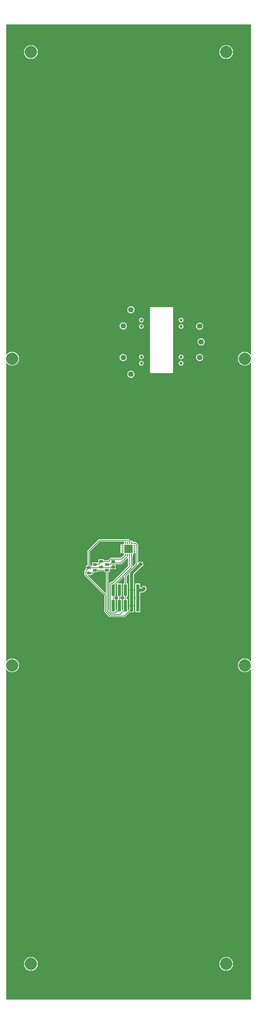
<source format=gbl>
%FSLAX44Y44*%
%MOMM*%
G71*
G01*
G75*
G04 Layer_Physical_Order=2*
G04 Layer_Color=16711680*
%ADD10R,2.5000X6.0000*%
%ADD11R,6.9850X4.0000*%
%ADD12R,6.0000X2.5000*%
%ADD13R,4.0000X6.9850*%
%ADD14C,0.2540*%
%ADD15C,1.0000*%
%ADD16C,4.0000*%
%ADD17C,1.8000*%
%ADD18C,1.0000*%
%ADD19C,1.2700*%
%ADD20R,1.0200X3.8000*%
%ADD21R,1.2192X0.8128*%
%ADD22R,0.3556X0.7620*%
%ADD23R,0.7620X0.3556*%
%ADD24R,2.7940X2.7940*%
G36*
X810000Y2113045D02*
X808804Y2112617D01*
X806015Y2116015D01*
X802583Y2118832D01*
X798667Y2120925D01*
X794419Y2122214D01*
X791270Y2122524D01*
Y2100000D01*
Y2077476D01*
X794419Y2077786D01*
X798667Y2079075D01*
X802583Y2081168D01*
X806015Y2083985D01*
X808804Y2087383D01*
X810000Y2086955D01*
Y1113045D01*
X808804Y1112617D01*
X806015Y1116015D01*
X802583Y1118832D01*
X798667Y1120925D01*
X794419Y1122214D01*
X791270Y1122524D01*
Y1100000D01*
Y1077476D01*
X794419Y1077786D01*
X798667Y1079075D01*
X802583Y1081168D01*
X806015Y1083985D01*
X808804Y1087383D01*
X810000Y1086955D01*
Y10000D01*
X10000D01*
Y1086955D01*
X11196Y1087383D01*
X13985Y1083985D01*
X17417Y1081168D01*
X21332Y1079075D01*
X25581Y1077786D01*
X28730Y1077476D01*
Y1100000D01*
Y1122524D01*
X25581Y1122214D01*
X21332Y1120925D01*
X17417Y1118832D01*
X13985Y1116015D01*
X11196Y1112617D01*
X10000Y1113045D01*
Y2086955D01*
X11196Y2087383D01*
X13985Y2083985D01*
X17417Y2081168D01*
X21332Y2079075D01*
X25581Y2077786D01*
X28730Y2077476D01*
Y2100000D01*
Y2122524D01*
X25581Y2122214D01*
X21332Y2120925D01*
X17417Y2118832D01*
X13985Y2116015D01*
X11196Y2112617D01*
X10000Y2113045D01*
Y3190000D01*
X810000D01*
Y2113045D01*
D02*
G37*
%LPC*%
G36*
X410106Y1511190D02*
X314305D01*
X312818Y1510894D01*
X311558Y1510052D01*
X277253Y1475747D01*
X276411Y1474487D01*
X276115Y1473000D01*
Y1425604D01*
X271364D01*
Y1420270D01*
X280000D01*
Y1417730D01*
X271364D01*
Y1415670D01*
X267347Y1411653D01*
X266505Y1410393D01*
X266209Y1408906D01*
Y1395214D01*
X266505Y1393727D01*
X267347Y1392467D01*
X331035Y1328779D01*
Y1275873D01*
X331331Y1274387D01*
X332173Y1273127D01*
X346367Y1258933D01*
X347627Y1258091D01*
X349113Y1257795D01*
X396518D01*
X398005Y1258091D01*
X399265Y1258933D01*
X413442Y1273110D01*
X418730D01*
Y1293380D01*
X412360D01*
Y1283016D01*
X408813Y1279469D01*
X407640Y1279955D01*
Y1316190D01*
X403885D01*
Y1323810D01*
X407640D01*
Y1366890D01*
X403885D01*
Y1391207D01*
X411222Y1398544D01*
X412395Y1398058D01*
Y1366890D01*
X412360D01*
Y1346620D01*
X427640D01*
Y1366890D01*
X427605D01*
Y1396850D01*
X452060Y1421304D01*
X452321Y1421339D01*
X454483Y1422235D01*
X456340Y1423660D01*
X457765Y1425517D01*
X458661Y1427679D01*
X458800Y1428730D01*
X450000D01*
Y1430000D01*
X448730D01*
Y1438799D01*
X447679Y1438661D01*
X445517Y1437765D01*
X443660Y1436340D01*
X442392Y1434689D01*
X441190Y1435097D01*
Y1493106D01*
X440894Y1494593D01*
X440052Y1495853D01*
X434385Y1501520D01*
X433125Y1502362D01*
X431638Y1502658D01*
X424068D01*
Y1506035D01*
X416031D01*
X415927Y1506560D01*
X415085Y1507820D01*
X412853Y1510052D01*
X411593Y1510894D01*
X410106Y1511190D01*
D02*
G37*
G36*
X427640Y1344080D02*
X412360D01*
Y1323810D01*
X412395D01*
Y1316190D01*
X412360D01*
Y1295920D01*
X427640D01*
Y1316190D01*
X427605D01*
Y1323810D01*
X427640D01*
Y1344080D01*
D02*
G37*
G36*
Y1293380D02*
X421270D01*
Y1273110D01*
X427640D01*
Y1293380D01*
D02*
G37*
G36*
X447640Y1366890D02*
X432360D01*
Y1323810D01*
X432395D01*
Y1316190D01*
X432360D01*
Y1273110D01*
X447640D01*
Y1316190D01*
X447605D01*
Y1323810D01*
X447640D01*
Y1337745D01*
X455350D01*
X457318Y1338004D01*
X457855Y1338227D01*
X459152Y1338764D01*
X460728Y1339972D01*
X462060Y1341304D01*
X462321Y1341339D01*
X464483Y1342235D01*
X466340Y1343660D01*
X467765Y1345517D01*
X468661Y1347679D01*
X468967Y1350000D01*
X468661Y1352321D01*
X467765Y1354483D01*
X466340Y1356340D01*
X464483Y1357765D01*
X462321Y1358661D01*
X460000Y1358967D01*
X457679Y1358661D01*
X455517Y1357765D01*
X453660Y1356340D01*
X452235Y1354483D01*
X451602Y1352955D01*
X447640D01*
Y1366890D01*
D02*
G37*
G36*
X451270Y1438799D02*
Y1431270D01*
X458800D01*
X458661Y1432321D01*
X457765Y1434483D01*
X456340Y1436340D01*
X454483Y1437765D01*
X452321Y1438661D01*
X451270Y1438799D01*
D02*
G37*
G36*
X788730Y2098730D02*
X767476D01*
X767786Y2095582D01*
X769075Y2091333D01*
X771168Y2087417D01*
X773985Y2083985D01*
X777417Y2081168D01*
X781332Y2079075D01*
X785581Y2077786D01*
X788730Y2077476D01*
Y2098730D01*
D02*
G37*
G36*
X451951Y2092724D02*
X449983Y2092465D01*
X448148Y2091705D01*
X446573Y2090497D01*
X445365Y2088922D01*
X444605Y2087087D01*
X444346Y2085119D01*
X444605Y2083151D01*
X445365Y2081316D01*
X446573Y2079741D01*
X448148Y2078533D01*
X449983Y2077773D01*
X451951Y2077514D01*
X453919Y2077773D01*
X455754Y2078533D01*
X457328Y2079741D01*
X458537Y2081316D01*
X459297Y2083151D01*
X459556Y2085119D01*
X459297Y2087087D01*
X458537Y2088922D01*
X457328Y2090497D01*
X455754Y2091705D01*
X453919Y2092465D01*
X451951Y2092724D01*
D02*
G37*
G36*
X52524Y2098730D02*
X31270D01*
Y2077476D01*
X34418Y2077786D01*
X38667Y2079075D01*
X42583Y2081168D01*
X46015Y2083985D01*
X48832Y2087417D01*
X50925Y2091333D01*
X52214Y2095582D01*
X52524Y2098730D01*
D02*
G37*
G36*
X417856Y2061060D02*
X414843Y2060663D01*
X412036Y2059500D01*
X409626Y2057650D01*
X407776Y2055240D01*
X406613Y2052433D01*
X406216Y2049420D01*
X406613Y2046407D01*
X407776Y2043600D01*
X409626Y2041190D01*
X412036Y2039340D01*
X414843Y2038177D01*
X417856Y2037780D01*
X420869Y2038177D01*
X423676Y2039340D01*
X426086Y2041190D01*
X427936Y2043600D01*
X429099Y2046407D01*
X429496Y2049420D01*
X429099Y2052433D01*
X427936Y2055240D01*
X426086Y2057650D01*
X423676Y2059500D01*
X420869Y2060663D01*
X417856Y2061060D01*
D02*
G37*
G36*
X552797Y2268490D02*
X482797D01*
X481806Y2268293D01*
X480966Y2267731D01*
X480404Y2266891D01*
X480207Y2265900D01*
Y2055900D01*
X480404Y2054909D01*
X480966Y2054069D01*
X481806Y2053507D01*
X482797Y2053310D01*
X552797D01*
X553788Y2053507D01*
X554628Y2054069D01*
X555190Y2054909D01*
X555387Y2055900D01*
Y2265900D01*
X555190Y2266891D01*
X554628Y2267731D01*
X553788Y2268293D01*
X552797Y2268490D01*
D02*
G37*
G36*
X788730Y1122524D02*
X785581Y1122214D01*
X781332Y1120925D01*
X777417Y1118832D01*
X773985Y1116015D01*
X771168Y1112583D01*
X769075Y1108668D01*
X767786Y1104419D01*
X767476Y1101270D01*
X788730D01*
Y1122524D01*
D02*
G37*
G36*
X751524Y125230D02*
X730270D01*
Y103976D01*
X733419Y104286D01*
X737667Y105575D01*
X741583Y107668D01*
X745015Y110485D01*
X747832Y113917D01*
X749925Y117833D01*
X751214Y122081D01*
X751524Y125230D01*
D02*
G37*
G36*
X89730Y149024D02*
X86581Y148714D01*
X82333Y147425D01*
X78417Y145332D01*
X74985Y142515D01*
X72168Y139083D01*
X70075Y135167D01*
X68786Y130919D01*
X68476Y127770D01*
X89730D01*
Y149024D01*
D02*
G37*
G36*
X727730Y125230D02*
X706476D01*
X706786Y122081D01*
X708075Y117833D01*
X710168Y113917D01*
X712985Y110485D01*
X716417Y107668D01*
X720333Y105575D01*
X724581Y104286D01*
X727730Y103976D01*
Y125230D01*
D02*
G37*
G36*
X89730D02*
X68476D01*
X68786Y122081D01*
X70075Y117833D01*
X72168Y113917D01*
X74985Y110485D01*
X78417Y107668D01*
X82333Y105575D01*
X86581Y104286D01*
X89730Y103976D01*
Y125230D01*
D02*
G37*
G36*
X113524D02*
X92270D01*
Y103976D01*
X95419Y104286D01*
X99667Y105575D01*
X103583Y107668D01*
X107015Y110485D01*
X109832Y113917D01*
X111925Y117833D01*
X113214Y122081D01*
X113524Y125230D01*
D02*
G37*
G36*
X92270Y149024D02*
Y127770D01*
X113524D01*
X113214Y130919D01*
X111925Y135167D01*
X109832Y139083D01*
X107015Y142515D01*
X103583Y145332D01*
X99667Y147425D01*
X95419Y148714D01*
X92270Y149024D01*
D02*
G37*
G36*
X788730Y1098730D02*
X767476D01*
X767786Y1095582D01*
X769075Y1091333D01*
X771168Y1087417D01*
X773985Y1083985D01*
X777417Y1081168D01*
X781332Y1079075D01*
X785581Y1077786D01*
X788730Y1077476D01*
Y1098730D01*
D02*
G37*
G36*
X31270Y1122524D02*
Y1101270D01*
X52524D01*
X52214Y1104419D01*
X50925Y1108668D01*
X48832Y1112583D01*
X46015Y1116015D01*
X42583Y1118832D01*
X38667Y1120925D01*
X34418Y1122214D01*
X31270Y1122524D01*
D02*
G37*
G36*
X52524Y1098730D02*
X31270D01*
Y1077476D01*
X34418Y1077786D01*
X38667Y1079075D01*
X42583Y1081168D01*
X46015Y1083985D01*
X48832Y1087417D01*
X50925Y1091333D01*
X52214Y1095582D01*
X52524Y1098730D01*
D02*
G37*
G36*
X727730Y149024D02*
X724581Y148714D01*
X720333Y147425D01*
X716417Y145332D01*
X712985Y142515D01*
X710168Y139083D01*
X708075Y135167D01*
X706786Y130919D01*
X706476Y127770D01*
X727730D01*
Y149024D01*
D02*
G37*
G36*
X730270D02*
Y127770D01*
X751524D01*
X751214Y130919D01*
X749925Y135167D01*
X747832Y139083D01*
X745015Y142515D01*
X741583Y145332D01*
X737667Y147425D01*
X733419Y148714D01*
X730270Y149024D01*
D02*
G37*
G36*
X581951Y2092724D02*
X579983Y2092465D01*
X578148Y2091705D01*
X576573Y2090497D01*
X575365Y2088922D01*
X574605Y2087087D01*
X574346Y2085119D01*
X574605Y2083151D01*
X575365Y2081316D01*
X576573Y2079741D01*
X578148Y2078533D01*
X579983Y2077773D01*
X581951Y2077514D01*
X583919Y2077773D01*
X585754Y2078533D01*
X587329Y2079741D01*
X588537Y2081316D01*
X589297Y2083151D01*
X589556Y2085119D01*
X589297Y2087087D01*
X588537Y2088922D01*
X587329Y2090497D01*
X585754Y2091705D01*
X583919Y2092465D01*
X581951Y2092724D01*
D02*
G37*
G36*
X113524Y3098730D02*
X92270D01*
Y3077476D01*
X95419Y3077786D01*
X99667Y3079075D01*
X103583Y3081168D01*
X107015Y3083985D01*
X109832Y3087417D01*
X111925Y3091333D01*
X113214Y3095581D01*
X113524Y3098730D01*
D02*
G37*
G36*
X89730D02*
X68476D01*
X68786Y3095581D01*
X70075Y3091333D01*
X72168Y3087417D01*
X74985Y3083985D01*
X78417Y3081168D01*
X82333Y3079075D01*
X86581Y3077786D01*
X89730Y3077476D01*
Y3098730D01*
D02*
G37*
G36*
X642526Y2217637D02*
X639514Y2217240D01*
X636706Y2216077D01*
X634296Y2214227D01*
X632446Y2211817D01*
X631283Y2209010D01*
X630886Y2205997D01*
X631283Y2202984D01*
X632446Y2200177D01*
X634296Y2197767D01*
X636706Y2195917D01*
X639514Y2194754D01*
X642526Y2194357D01*
X645539Y2194754D01*
X648346Y2195917D01*
X650756Y2197767D01*
X652606Y2200177D01*
X653769Y2202984D01*
X654166Y2205997D01*
X653769Y2209010D01*
X652606Y2211817D01*
X650756Y2214227D01*
X648346Y2216077D01*
X645539Y2217240D01*
X642526Y2217637D01*
D02*
G37*
G36*
X647232Y2166637D02*
X644219Y2166240D01*
X641412Y2165077D01*
X639002Y2163227D01*
X637152Y2160817D01*
X635989Y2158010D01*
X635592Y2154997D01*
X635989Y2151985D01*
X637152Y2149177D01*
X639002Y2146767D01*
X641412Y2144917D01*
X644219Y2143754D01*
X647232Y2143357D01*
X650245Y2143754D01*
X653052Y2144917D01*
X655462Y2146767D01*
X657312Y2149177D01*
X658475Y2151985D01*
X658872Y2154997D01*
X658475Y2158010D01*
X657312Y2160817D01*
X655462Y2163227D01*
X653052Y2165077D01*
X650245Y2166240D01*
X647232Y2166637D01*
D02*
G37*
G36*
X727730Y3098730D02*
X706476D01*
X706786Y3095581D01*
X708075Y3091333D01*
X710168Y3087417D01*
X712985Y3083985D01*
X716417Y3081168D01*
X720333Y3079075D01*
X724581Y3077786D01*
X727730Y3077476D01*
Y3098730D01*
D02*
G37*
G36*
X392796Y2218546D02*
X389783Y2218149D01*
X386976Y2216986D01*
X384566Y2215137D01*
X382716Y2212726D01*
X381553Y2209919D01*
X381156Y2206906D01*
X381553Y2203893D01*
X382716Y2201086D01*
X384566Y2198676D01*
X386976Y2196826D01*
X389783Y2195663D01*
X392796Y2195267D01*
X395808Y2195663D01*
X398616Y2196826D01*
X401026Y2198676D01*
X402876Y2201086D01*
X404039Y2203893D01*
X404436Y2206906D01*
X404039Y2209919D01*
X402876Y2212726D01*
X401026Y2215137D01*
X398616Y2216986D01*
X395808Y2218149D01*
X392796Y2218546D01*
D02*
G37*
G36*
X451951Y2233480D02*
X449983Y2233221D01*
X448148Y2232461D01*
X446573Y2231253D01*
X445365Y2229677D01*
X444605Y2227843D01*
X444346Y2225875D01*
X444605Y2223907D01*
X445365Y2222072D01*
X446573Y2220497D01*
X448148Y2219289D01*
X449983Y2218529D01*
X451951Y2218270D01*
X453919Y2218529D01*
X455754Y2219289D01*
X457328Y2220497D01*
X458537Y2222072D01*
X459297Y2223907D01*
X459556Y2225875D01*
X459297Y2227843D01*
X458537Y2229677D01*
X457328Y2231253D01*
X455754Y2232461D01*
X453919Y2233221D01*
X451951Y2233480D01*
D02*
G37*
G36*
X417856Y2271283D02*
X414843Y2270886D01*
X412036Y2269723D01*
X409626Y2267873D01*
X407776Y2265463D01*
X406613Y2262655D01*
X406216Y2259643D01*
X406613Y2256630D01*
X407776Y2253823D01*
X409626Y2251413D01*
X412036Y2249563D01*
X414843Y2248400D01*
X417856Y2248003D01*
X420869Y2248400D01*
X423676Y2249563D01*
X426086Y2251413D01*
X427936Y2253823D01*
X429099Y2256630D01*
X429496Y2259643D01*
X429099Y2262655D01*
X427936Y2265463D01*
X426086Y2267873D01*
X423676Y2269723D01*
X420869Y2270886D01*
X417856Y2271283D01*
D02*
G37*
G36*
X581951Y2233478D02*
X579983Y2233219D01*
X578148Y2232459D01*
X576573Y2231251D01*
X575365Y2229675D01*
X574605Y2227841D01*
X574346Y2225873D01*
X574605Y2223905D01*
X575365Y2222070D01*
X576573Y2220495D01*
X578148Y2219287D01*
X579983Y2218527D01*
X581951Y2218268D01*
X583919Y2218527D01*
X585754Y2219287D01*
X587329Y2220495D01*
X588537Y2222070D01*
X589297Y2223905D01*
X589556Y2225873D01*
X589297Y2227841D01*
X588537Y2229675D01*
X587329Y2231251D01*
X585754Y2232459D01*
X583919Y2233219D01*
X581951Y2233478D01*
D02*
G37*
G36*
X451951Y2212724D02*
X449983Y2212465D01*
X448148Y2211705D01*
X446573Y2210497D01*
X445365Y2208922D01*
X444605Y2207088D01*
X444346Y2205119D01*
X444605Y2203151D01*
X445365Y2201317D01*
X446573Y2199742D01*
X448148Y2198533D01*
X449983Y2197773D01*
X451951Y2197514D01*
X453919Y2197773D01*
X455754Y2198533D01*
X457328Y2199742D01*
X458537Y2201317D01*
X459297Y2203151D01*
X459556Y2205119D01*
X459297Y2207088D01*
X458537Y2208922D01*
X457328Y2210497D01*
X455754Y2211705D01*
X453919Y2212465D01*
X451951Y2212724D01*
D02*
G37*
G36*
X581951D02*
X579983Y2212465D01*
X578148Y2211705D01*
X576573Y2210497D01*
X575365Y2208922D01*
X574605Y2207088D01*
X574346Y2205119D01*
X574605Y2203151D01*
X575365Y2201317D01*
X576573Y2199742D01*
X578148Y2198533D01*
X579983Y2197773D01*
X581951Y2197514D01*
X583919Y2197773D01*
X585754Y2198533D01*
X587329Y2199742D01*
X588537Y2201317D01*
X589297Y2203151D01*
X589556Y2205119D01*
X589297Y2207088D01*
X588537Y2208922D01*
X587329Y2210497D01*
X585754Y2211705D01*
X583919Y2212465D01*
X581951Y2212724D01*
D02*
G37*
G36*
Y2113480D02*
X579983Y2113221D01*
X578148Y2112461D01*
X576573Y2111253D01*
X575365Y2109678D01*
X574605Y2107843D01*
X574346Y2105875D01*
X574605Y2103907D01*
X575365Y2102072D01*
X576573Y2100497D01*
X578148Y2099289D01*
X579983Y2098529D01*
X581951Y2098270D01*
X583919Y2098529D01*
X585754Y2099289D01*
X587329Y2100497D01*
X588537Y2102072D01*
X589297Y2103907D01*
X589556Y2105875D01*
X589297Y2107843D01*
X588537Y2109678D01*
X587329Y2111253D01*
X585754Y2112461D01*
X583919Y2113221D01*
X581951Y2113480D01*
D02*
G37*
G36*
X31270Y2122524D02*
Y2101270D01*
X52524D01*
X52214Y2104419D01*
X50925Y2108667D01*
X48832Y2112583D01*
X46015Y2116015D01*
X42583Y2118832D01*
X38667Y2120925D01*
X34418Y2122214D01*
X31270Y2122524D01*
D02*
G37*
G36*
X451951Y2113480D02*
X449983Y2113221D01*
X448148Y2112461D01*
X446573Y2111253D01*
X445365Y2109678D01*
X444605Y2107843D01*
X444346Y2105875D01*
X444605Y2103907D01*
X445365Y2102072D01*
X446573Y2100497D01*
X448148Y2099289D01*
X449983Y2098529D01*
X451951Y2098270D01*
X453919Y2098529D01*
X455754Y2099289D01*
X457328Y2100497D01*
X458537Y2102072D01*
X459297Y2103907D01*
X459556Y2105875D01*
X459297Y2107843D01*
X458537Y2109678D01*
X457328Y2111253D01*
X455754Y2112461D01*
X453919Y2113221D01*
X451951Y2113480D01*
D02*
G37*
G36*
X392760Y2115543D02*
X389748Y2115146D01*
X386940Y2113983D01*
X384530Y2112133D01*
X382680Y2109723D01*
X381517Y2106915D01*
X381120Y2103903D01*
X381517Y2100890D01*
X382680Y2098083D01*
X384530Y2095673D01*
X386940Y2093823D01*
X389748Y2092660D01*
X392760Y2092263D01*
X395773Y2092660D01*
X398580Y2093823D01*
X400990Y2095673D01*
X402840Y2098083D01*
X404003Y2100890D01*
X404400Y2103903D01*
X404003Y2106915D01*
X402840Y2109723D01*
X400990Y2112133D01*
X398580Y2113983D01*
X395773Y2115146D01*
X392760Y2115543D01*
D02*
G37*
G36*
X642526Y2115637D02*
X639514Y2115240D01*
X636706Y2114077D01*
X634296Y2112227D01*
X632446Y2109817D01*
X631283Y2107010D01*
X630886Y2103997D01*
X631283Y2100984D01*
X632446Y2098177D01*
X634296Y2095767D01*
X636706Y2093917D01*
X639514Y2092754D01*
X642526Y2092357D01*
X645539Y2092754D01*
X648346Y2093917D01*
X650756Y2095767D01*
X652606Y2098177D01*
X653769Y2100984D01*
X654166Y2103997D01*
X653769Y2107010D01*
X652606Y2109817D01*
X650756Y2112227D01*
X648346Y2114077D01*
X645539Y2115240D01*
X642526Y2115637D01*
D02*
G37*
G36*
X730270Y3122524D02*
Y3101270D01*
X751524D01*
X751214Y3104419D01*
X749925Y3108668D01*
X747832Y3112583D01*
X745015Y3116016D01*
X741583Y3118832D01*
X737667Y3120925D01*
X733419Y3122214D01*
X730270Y3122524D01*
D02*
G37*
G36*
X89730D02*
X86581Y3122214D01*
X82333Y3120925D01*
X78417Y3118832D01*
X74985Y3116016D01*
X72168Y3112583D01*
X70075Y3108668D01*
X68786Y3104419D01*
X68476Y3101270D01*
X89730D01*
Y3122524D01*
D02*
G37*
G36*
X751524Y3098730D02*
X730270D01*
Y3077476D01*
X733419Y3077786D01*
X737667Y3079075D01*
X741583Y3081168D01*
X745015Y3083985D01*
X747832Y3087417D01*
X749925Y3091333D01*
X751214Y3095581D01*
X751524Y3098730D01*
D02*
G37*
G36*
X92270Y3122524D02*
Y3101270D01*
X113524D01*
X113214Y3104419D01*
X111925Y3108668D01*
X109832Y3112583D01*
X107015Y3116016D01*
X103583Y3118832D01*
X99667Y3120925D01*
X95419Y3122214D01*
X92270Y3122524D01*
D02*
G37*
G36*
X788730Y2122524D02*
X785581Y2122214D01*
X781332Y2120925D01*
X777417Y2118832D01*
X773985Y2116015D01*
X771168Y2112583D01*
X769075Y2108667D01*
X767786Y2104419D01*
X767476Y2101270D01*
X788730D01*
Y2122524D01*
D02*
G37*
G36*
X727730Y3122524D02*
X724581Y3122214D01*
X720333Y3120925D01*
X716417Y3118832D01*
X712985Y3116016D01*
X710168Y3112583D01*
X708075Y3108668D01*
X706786Y3104419D01*
X706476Y3101270D01*
X727730D01*
Y3122524D01*
D02*
G37*
%LPD*%
G36*
X408453Y1450389D02*
Y1423947D01*
X356551Y1372045D01*
X353322D01*
X351835Y1371749D01*
X350575Y1370907D01*
X348343Y1368675D01*
X347501Y1367415D01*
X347205Y1365928D01*
Y1277925D01*
X346032Y1277439D01*
X343885Y1279587D01*
Y1404252D01*
X348636D01*
Y1415115D01*
X351364D01*
Y1414252D01*
X358730D01*
Y1420856D01*
Y1427460D01*
X355613D01*
X355127Y1428633D01*
X356529Y1430035D01*
X384831D01*
X386318Y1430331D01*
X387578Y1431173D01*
X407280Y1450875D01*
X408453Y1450389D01*
D02*
G37*
G36*
X433420Y1431730D02*
X423896Y1422206D01*
X422723Y1422691D01*
Y1453965D01*
X424068D01*
Y1463490D01*
X426510D01*
Y1465932D01*
X433420D01*
Y1431730D01*
D02*
G37*
G36*
X395932Y1496510D02*
X393490D01*
Y1494068D01*
X383965D01*
Y1485432D01*
Y1478932D01*
Y1472432D01*
Y1465932D01*
X393490D01*
Y1463490D01*
X395932D01*
Y1461491D01*
X385326Y1450885D01*
X352452D01*
X350965Y1450589D01*
X349705Y1449747D01*
X342843Y1442885D01*
X328636D01*
Y1445604D01*
X311364D01*
Y1435858D01*
X309809Y1434303D01*
X308636Y1434789D01*
Y1435604D01*
X291364D01*
Y1422885D01*
X288636D01*
Y1425604D01*
X283885D01*
Y1471391D01*
X315914Y1503420D01*
X395932D01*
Y1496510D01*
D02*
G37*
G36*
X396115Y1388962D02*
Y1366890D01*
X392360D01*
Y1323810D01*
X396115D01*
Y1316190D01*
X392360D01*
Y1283016D01*
X388813Y1279469D01*
X387640Y1279955D01*
Y1316190D01*
X383885D01*
Y1323810D01*
X387640D01*
Y1366890D01*
X374043D01*
X373557Y1368063D01*
X394942Y1389448D01*
X396115Y1388962D01*
D02*
G37*
G36*
X372360Y1365207D02*
Y1323810D01*
X376115D01*
Y1316190D01*
X372360D01*
Y1283015D01*
X368813Y1279469D01*
X367640Y1279955D01*
Y1316190D01*
X363885D01*
Y1323810D01*
X367640D01*
Y1362146D01*
X371187Y1365693D01*
X372360Y1365207D01*
D02*
G37*
G36*
X331364Y1404252D02*
X336115D01*
Y1336346D01*
X334942Y1335860D01*
X277723Y1393079D01*
X278209Y1394252D01*
X288636D01*
Y1396971D01*
X290000D01*
X291487Y1397267D01*
X292747Y1398109D01*
X298890Y1404252D01*
X308636D01*
Y1406971D01*
X331364D01*
Y1404252D01*
D02*
G37*
%LPC*%
G36*
X368636Y1419586D02*
X361270D01*
Y1414252D01*
X368636D01*
Y1419586D01*
D02*
G37*
G36*
Y1427460D02*
X361270D01*
Y1422126D01*
X368636D01*
Y1427460D01*
D02*
G37*
%LPD*%
D14*
X354920Y1433920D02*
X384831D01*
X320000Y1439000D02*
X344452D01*
X352452Y1447000D01*
X386935D02*
X400250Y1460315D01*
X352452Y1447000D02*
X386935D01*
X350000Y1429000D02*
X354920Y1433920D01*
X384831D02*
X405838Y1454927D01*
X340000Y1429000D02*
X350000D01*
X314305Y1507305D02*
X410106D01*
X280000Y1473000D02*
X314305Y1507305D01*
X280000Y1419000D02*
Y1473000D01*
X300000Y1429000D02*
X310000D01*
X320000Y1439000D01*
X358144Y1419000D02*
X360000Y1420856D01*
X405838Y1454927D02*
Y1459403D01*
X406750Y1460315D01*
X280000Y1400856D02*
X290000D01*
X300000Y1410856D01*
X340000D01*
X360000Y1294650D02*
Y1345350D01*
X418838Y1459403D02*
X419750Y1460315D01*
X360000Y1345350D02*
Y1360000D01*
X418838Y1418838D01*
Y1459403D01*
X380000Y1294650D02*
Y1345350D01*
Y1285162D02*
Y1294650D01*
X366678Y1271840D02*
X380000Y1285162D01*
X353322Y1271840D02*
X366678D01*
X351090Y1274072D02*
X353322Y1271840D01*
X412338Y1459403D02*
X413250Y1460315D01*
X412338Y1422338D02*
Y1459403D01*
X351090Y1365928D02*
X353322Y1368160D01*
X358160D01*
X412338Y1422338D01*
X351090Y1274072D02*
Y1365928D01*
X400000Y1294650D02*
Y1345350D01*
X351218Y1266760D02*
X381598D01*
X400000Y1285162D02*
Y1294650D01*
X381598Y1266760D02*
X400000Y1285162D01*
X340000Y1277978D02*
X351218Y1266760D01*
X340000Y1277978D02*
Y1410856D01*
X349113Y1261680D02*
X396518D01*
X334920Y1275873D02*
X349113Y1261680D01*
X334920Y1275873D02*
Y1330388D01*
X270094Y1395214D02*
X334920Y1330388D01*
X270094Y1395214D02*
Y1408906D01*
X280000Y1418812D01*
X420000Y1285162D02*
Y1294650D01*
X396518Y1261680D02*
X420000Y1285162D01*
X280000Y1418812D02*
Y1419000D01*
X410106Y1507305D02*
X412338Y1505073D01*
Y1500597D02*
Y1505073D01*
Y1500597D02*
X413250Y1499685D01*
X280000Y1419000D02*
X358144D01*
X400000Y1345350D02*
Y1392816D01*
X431638Y1498773D02*
X437305Y1493106D01*
X420662Y1498773D02*
X431638D01*
X400000Y1392816D02*
X437305Y1430121D01*
Y1493106D01*
X419750Y1499685D02*
X420662Y1498773D01*
D15*
X420000Y1294650D02*
Y1345350D01*
X440000Y1294650D02*
Y1345350D01*
X455350D01*
X460000Y1350000D01*
X420000Y1345350D02*
Y1400000D01*
X450000Y1430000D01*
D16*
X30000Y2100000D02*
D03*
X91000Y3100000D02*
D03*
X729000D02*
D03*
X790000Y2100000D02*
D03*
Y1100000D02*
D03*
X729000Y126500D02*
D03*
X91000D02*
D03*
X30000Y1100000D02*
D03*
D17*
X392796Y2206906D02*
D03*
X417856Y2259643D02*
D03*
X642526Y2205997D02*
D03*
X647232Y2154997D02*
D03*
X642526Y2103997D02*
D03*
X417856Y2049420D02*
D03*
X392760Y2103903D02*
D03*
D18*
X451951Y2105875D02*
D03*
Y2225875D02*
D03*
X581951Y2105875D02*
D03*
Y2225873D02*
D03*
Y2205119D02*
D03*
Y2085119D02*
D03*
X451951Y2205119D02*
D03*
Y2085119D02*
D03*
D19*
X460000Y1350000D02*
D03*
X450000Y1430000D02*
D03*
D20*
X440000Y1294650D02*
D03*
Y1345350D02*
D03*
X420000Y1294650D02*
D03*
Y1345350D02*
D03*
X400000Y1294650D02*
D03*
Y1345350D02*
D03*
X380000Y1294650D02*
D03*
Y1345350D02*
D03*
X360000Y1294650D02*
D03*
Y1345350D02*
D03*
D21*
Y1420856D02*
D03*
Y1439000D02*
D03*
X340000Y1410856D02*
D03*
Y1429000D02*
D03*
X300000Y1410856D02*
D03*
Y1429000D02*
D03*
X280000Y1400856D02*
D03*
Y1419000D02*
D03*
X320000Y1420856D02*
D03*
Y1439000D02*
D03*
D22*
X419750Y1460315D02*
D03*
X413250D02*
D03*
X406750D02*
D03*
X400250D02*
D03*
Y1499685D02*
D03*
X406750D02*
D03*
X413250D02*
D03*
X419750D02*
D03*
D23*
X390315Y1470250D02*
D03*
Y1476750D02*
D03*
Y1483250D02*
D03*
Y1489750D02*
D03*
X429685D02*
D03*
Y1483250D02*
D03*
Y1476750D02*
D03*
Y1470250D02*
D03*
D24*
X410000Y1480000D02*
D03*
M02*

</source>
